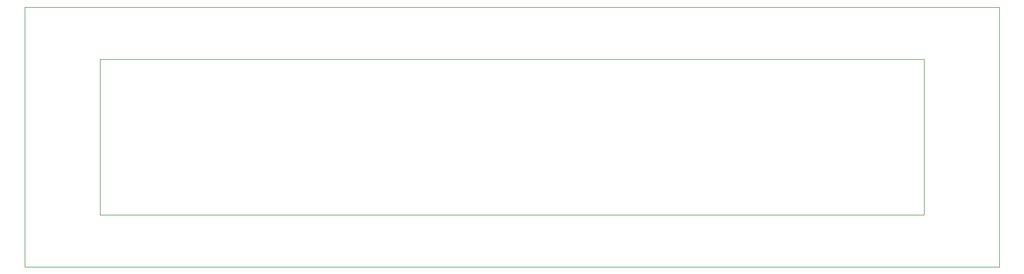
<source format=gbr>
%TF.GenerationSoftware,KiCad,Pcbnew,7.0.7*%
%TF.CreationDate,2024-04-09T00:53:37+02:00*%
%TF.ProjectId,vfd_display,7666645f-6469-4737-906c-61792e6b6963,rev?*%
%TF.SameCoordinates,Original*%
%TF.FileFunction,Legend,Top*%
%TF.FilePolarity,Positive*%
%FSLAX46Y46*%
G04 Gerber Fmt 4.6, Leading zero omitted, Abs format (unit mm)*
G04 Created by KiCad (PCBNEW 7.0.7) date 2024-04-09 00:53:37*
%MOMM*%
%LPD*%
G01*
G04 APERTURE LIST*
%ADD10C,0.120000*%
G04 APERTURE END LIST*
D10*
%TO.C,U5*%
X214500000Y-78500000D02*
X87500000Y-78500000D01*
X87500000Y-78500000D02*
X87500000Y-102500000D01*
X87500000Y-102500000D02*
X214500000Y-102500000D01*
X214500000Y-102500000D02*
X214500000Y-78500000D01*
X226100000Y-70400000D02*
X75900000Y-70400000D01*
X75900000Y-70400000D02*
X75900000Y-110600000D01*
X75900000Y-110600000D02*
X226100000Y-110600000D01*
X226100000Y-110600000D02*
X226100000Y-70400000D01*
%TD*%
M02*

</source>
